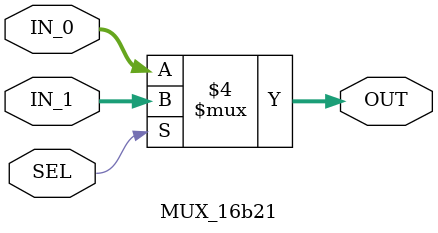
<source format=sv>
module MUX_16b21(input [15:0] IN_0, IN_1, input logic SEL, output [15:0] OUT);

	always_comb
	begin
		if(SEL == 1'b0)
			OUT <= IN_0;
		else
			OUT <= IN_1;	
	end

endmodule
</source>
